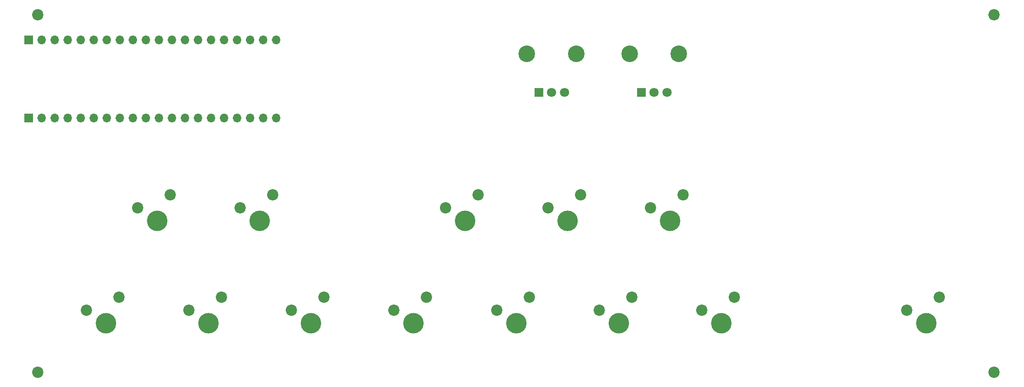
<source format=gbr>
%TF.GenerationSoftware,KiCad,Pcbnew,8.0.4*%
%TF.CreationDate,2025-06-19T21:58:06-05:00*%
%TF.ProjectId,pcb,7063622e-6b69-4636-9164-5f7063625858,01*%
%TF.SameCoordinates,Original*%
%TF.FileFunction,Soldermask,Bot*%
%TF.FilePolarity,Negative*%
%FSLAX46Y46*%
G04 Gerber Fmt 4.6, Leading zero omitted, Abs format (unit mm)*
G04 Created by KiCad (PCBNEW 8.0.4) date 2025-06-19 21:58:06*
%MOMM*%
%LPD*%
G01*
G04 APERTURE LIST*
%ADD10C,4.000000*%
%ADD11C,2.200000*%
%ADD12C,3.240000*%
%ADD13R,1.800000X1.800000*%
%ADD14C,1.800000*%
%ADD15R,1.700000X1.700000*%
%ADD16O,1.700000X1.700000*%
G04 APERTURE END LIST*
D10*
%TO.C,SW13*%
X240110000Y-123390000D03*
D11*
X242650000Y-118310000D03*
X236300000Y-120850000D03*
%TD*%
D10*
%TO.C,SW12*%
X200160000Y-123390000D03*
D11*
X202700000Y-118310000D03*
X196350000Y-120850000D03*
%TD*%
D10*
%TO.C,SW10*%
X180160000Y-123390000D03*
D11*
X182700000Y-118310000D03*
X176350000Y-120850000D03*
%TD*%
D10*
%TO.C,SW8*%
X160160000Y-123390000D03*
D11*
X162700000Y-118310000D03*
X156350000Y-120850000D03*
%TD*%
D10*
%TO.C,SW6*%
X140160000Y-123390000D03*
D11*
X142700000Y-118310000D03*
X136350000Y-120850000D03*
%TD*%
D10*
%TO.C,SW5*%
X120160000Y-123390000D03*
D11*
X122700000Y-118310000D03*
X116350000Y-120850000D03*
%TD*%
D10*
%TO.C,SW3*%
X100160000Y-123390000D03*
D11*
X102700000Y-118310000D03*
X96350000Y-120850000D03*
%TD*%
D10*
%TO.C,SW1*%
X80160000Y-123390000D03*
D11*
X82700000Y-118310000D03*
X76350000Y-120850000D03*
%TD*%
D10*
%TO.C,SW11*%
X190160000Y-103390000D03*
D11*
X192700000Y-98310000D03*
X186350000Y-100850000D03*
%TD*%
D10*
%TO.C,SW9*%
X170160000Y-103390000D03*
D11*
X172700000Y-98310000D03*
X166350000Y-100850000D03*
%TD*%
D10*
%TO.C,SW7*%
X150160000Y-103390000D03*
D11*
X152700000Y-98310000D03*
X146350000Y-100850000D03*
%TD*%
D10*
%TO.C,SW4*%
X110160000Y-103390000D03*
D11*
X112700000Y-98310000D03*
X106350000Y-100850000D03*
%TD*%
D10*
%TO.C,SW2*%
X90160000Y-103390000D03*
D11*
X92700000Y-98310000D03*
X86350000Y-100850000D03*
%TD*%
D12*
%TO.C,J4*%
X182250000Y-70810000D03*
X191850000Y-70810000D03*
D13*
X184550000Y-78310000D03*
D14*
X187050000Y-78310000D03*
X189550000Y-78310000D03*
%TD*%
D12*
%TO.C,J3*%
X162250000Y-70810000D03*
X171850000Y-70810000D03*
D13*
X164550000Y-78310000D03*
D14*
X167050000Y-78310000D03*
X169550000Y-78310000D03*
%TD*%
D15*
%TO.C,J1*%
X65125000Y-83310000D03*
D16*
X67665000Y-83310000D03*
X70205000Y-83310000D03*
X72745000Y-83310000D03*
X75285000Y-83310000D03*
X77825000Y-83310000D03*
X80365000Y-83310000D03*
X82905000Y-83310000D03*
X85445000Y-83310000D03*
X87985000Y-83310000D03*
X90525000Y-83310000D03*
X93065000Y-83310000D03*
X95605000Y-83310000D03*
X98145000Y-83310000D03*
X100685000Y-83310000D03*
X103225000Y-83310000D03*
X105765000Y-83310000D03*
X108305000Y-83310000D03*
X110845000Y-83310000D03*
X113385000Y-83310000D03*
%TD*%
%TO.C,J2*%
X113385000Y-68070000D03*
X110845000Y-68070000D03*
X108305000Y-68070000D03*
X105765000Y-68070000D03*
X103225000Y-68070000D03*
X100685000Y-68070000D03*
X98145000Y-68070000D03*
X95605000Y-68070000D03*
X93065000Y-68070000D03*
X90525000Y-68070000D03*
X87985000Y-68070000D03*
X85445000Y-68070000D03*
X82905000Y-68070000D03*
X80365000Y-68070000D03*
X77825000Y-68070000D03*
X75285000Y-68070000D03*
X72745000Y-68070000D03*
X70205000Y-68070000D03*
X67665000Y-68070000D03*
D15*
X65125000Y-68070000D03*
%TD*%
D11*
%TO.C,H4*%
X253350000Y-132900000D03*
%TD*%
%TO.C,H3*%
X66900000Y-132900000D03*
%TD*%
%TO.C,H2*%
X253350000Y-63150000D03*
%TD*%
%TO.C,H1*%
X66900000Y-63150000D03*
%TD*%
M02*

</source>
